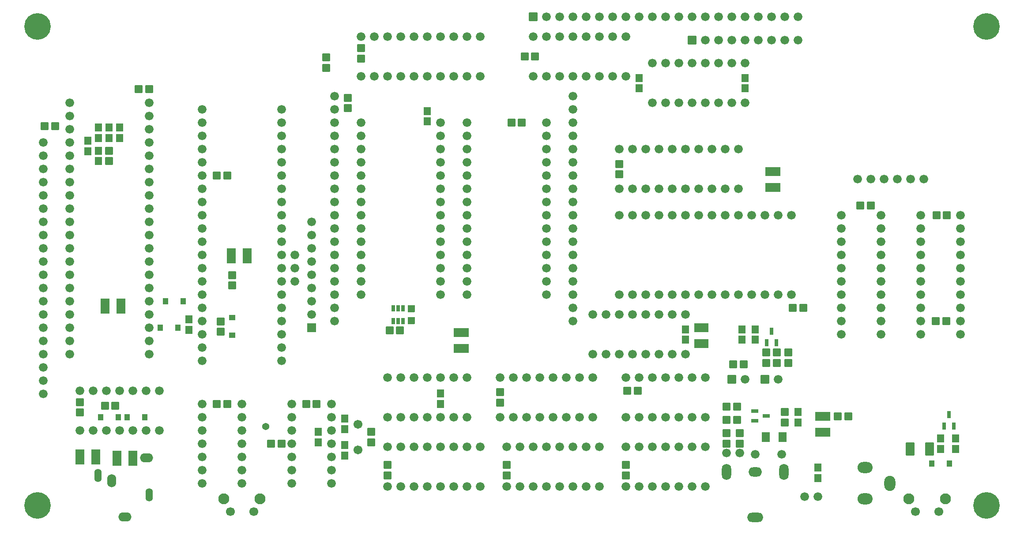
<source format=gbs>
G04 Layer: BottomSolderMaskLayer*
G04 EasyEDA v6.5.39, 2024-02-04 18:04:26*
G04 6365909e63f64f6689fdd3236b4dce0a,5509f98a9368439c9cde498926e245b9,10*
G04 Gerber Generator version 0.2*
G04 Scale: 100 percent, Rotated: No, Reflected: No *
G04 Dimensions in inches *
G04 leading zeros omitted , absolute positions ,3 integer and 6 decimal *
%FSLAX36Y36*%
%MOIN*%

%AMMACRO1*1,1,$1,$2,$3*1,1,$1,$4,$5*1,1,$1,0-$2,0-$3*1,1,$1,0-$4,0-$5*20,1,$1,$2,$3,$4,$5,0*20,1,$1,$4,$5,0-$2,0-$3,0*20,1,$1,0-$2,0-$3,0-$4,0-$5,0*20,1,$1,0-$4,0-$5,$2,$3,0*4,1,4,$2,$3,$4,$5,0-$2,0-$3,0-$4,0-$5,$2,$3,0*%
%ADD10MACRO1,0.004X0.025X-0.025X-0.025X-0.025*%
%ADD11MACRO1,0.004X-0.0278X-0.0266X-0.0278X0.0266*%
%ADD12MACRO1,0.004X0.0278X-0.0266X0.0278X0.0266*%
%ADD13MACRO1,0.004X0.0187X0.0226X-0.0187X0.0226*%
%ADD14MACRO1,0.004X-0.0118X-0.0197X0.0118X-0.0197*%
%ADD15MACRO1,0.004X0.0278X0.0266X0.0278X-0.0266*%
%ADD16MACRO1,0.004X-0.0278X0.0266X-0.0278X-0.0266*%
%ADD17R,0.0572X0.0595*%
%ADD18MACRO1,0.0039X0.025X-0.0125X0.025X0.0125*%
%ADD19MACRO1,0.004X-0.0266X0.0278X0.0266X0.0278*%
%ADD20MACRO1,0.004X-0.0266X-0.0278X0.0266X-0.0278*%
%ADD21MACRO1,0.004X-0.0531X-0.0322X0.0531X-0.0322*%
%ADD22MACRO1,0.004X-0.0531X0.0322X0.0531X0.0322*%
%ADD23MACRO1,0.0039X0.0125X0.025X-0.0125X0.025*%
%ADD24MACRO1,0.004X0.0322X-0.0532X0.0322X0.0532*%
%ADD25MACRO1,0.004X-0.0322X-0.0532X-0.0322X0.0532*%
%ADD26MACRO1,0.004X-0.0187X-0.0226X0.0187X-0.0226*%
%ADD27MACRO1,0.004X0.0226X-0.0187X0.0226X0.0187*%
%ADD28R,0.1103X0.0684*%
%ADD29MACRO1,0.004X0.0292X-0.034X0.0292X0.034*%
%ADD30MACRO1,0.004X-0.0292X-0.034X-0.0292X0.034*%
%ADD31MACRO1,0.004X0.0297X-0.0468X0.0297X0.0468*%
%ADD32MACRO1,0.004X-0.0297X-0.0468X-0.0297X0.0468*%
%ADD33C,0.0660*%
%ADD34MACRO1,0.004X-0.031X0.031X0.031X0.031*%
%ADD35C,0.0669*%
%ADD36C,0.0827*%
%ADD37C,0.0670*%
%ADD38O,0.114X0.084*%
%ADD39O,0.084X0.114*%
%ADD40O,0.054000000000000006X0.099*%
%ADD41O,0.099X0.067*%
%ADD42O,0.067X0.099*%
%ADD43O,0.12211X0.070929*%
%ADD44O,0.070929X0.12211*%
%ADD45O,0.102425X0.070929*%
%ADD46R,0.0670X0.0660*%
%ADD47MACRO1,0.004X-0.031X0.0315X0.031X0.0315*%
%ADD48C,0.2008*%
%ADD49C,0.0540*%
%ADD50C,0.0140*%

%LPD*%
D10*
G01*
X2980000Y1645000D03*
G01*
X2980000Y1555000D03*
D11*
G01*
X6279371Y830000D03*
D12*
G01*
X6200628Y830000D03*
D13*
G01*
X1123370Y1700000D03*
G01*
X1256630Y1700000D03*
D14*
G01*
X2842600Y1647244D03*
G01*
X2880000Y1647244D03*
G01*
X2917399Y1647244D03*
G01*
X2917399Y1552755D03*
G01*
X2880000Y1552755D03*
G01*
X2842600Y1552755D03*
D11*
G01*
X7019371Y1550000D03*
D12*
G01*
X6940628Y1550000D03*
D13*
G01*
X1083370Y1500000D03*
G01*
X1216630Y1500000D03*
D15*
G01*
X1920628Y625000D03*
D16*
G01*
X1999371Y625000D03*
D17*
G01*
X6050000Y444369D03*
G01*
X6050000Y365630D03*
D18*
G01*
X5658307Y835000D03*
G01*
X5571692Y797599D03*
G01*
X5571692Y872402D03*
D19*
G01*
X5460000Y625628D03*
D20*
G01*
X5460000Y704371D03*
D15*
G01*
X5360628Y805000D03*
D16*
G01*
X5439371Y805000D03*
D19*
G01*
X5800000Y785628D03*
D20*
G01*
X5800000Y864371D03*
D17*
G01*
X5900000Y864369D03*
G01*
X5900000Y785630D03*
D21*
G01*
X6085000Y829744D03*
D22*
G01*
X6085000Y710255D03*
D23*
G01*
X7040000Y843306D03*
G01*
X7077401Y756693D03*
G01*
X7002597Y756693D03*
G01*
X5700000Y1473306D03*
G01*
X5737401Y1386693D03*
G01*
X5662597Y1386693D03*
D16*
G01*
X289371Y3025000D03*
D15*
G01*
X210628Y3025000D03*
D17*
G01*
X2275000Y635630D03*
G01*
X2275000Y714369D03*
D20*
G01*
X5825000Y1314371D03*
D19*
G01*
X5825000Y1235628D03*
D20*
G01*
X2675000Y714371D03*
D19*
G01*
X2675000Y635628D03*
D20*
G01*
X2800000Y464371D03*
D19*
G01*
X2800000Y385628D03*
D20*
G01*
X1625000Y1899371D03*
D19*
G01*
X1625000Y1820628D03*
D16*
G01*
X1589371Y925000D03*
D15*
G01*
X1510628Y925000D03*
D16*
G01*
X2264371Y925000D03*
D15*
G01*
X2185628Y925000D03*
D20*
G01*
X3700000Y464371D03*
D19*
G01*
X3700000Y385628D03*
D20*
G01*
X3650000Y1014371D03*
D19*
G01*
X3650000Y935628D03*
D12*
G01*
X4610628Y1025000D03*
D11*
G01*
X4689371Y1025000D03*
D17*
G01*
X3200000Y925630D03*
G01*
X3200000Y1004369D03*
D20*
G01*
X4600000Y464371D03*
D19*
G01*
X4600000Y385628D03*
D12*
G01*
X5860628Y1650000D03*
D11*
G01*
X5939371Y1650000D03*
D20*
G01*
X4550000Y2739371D03*
D19*
G01*
X4550000Y2660628D03*
D17*
G01*
X3100000Y3060630D03*
G01*
X3100000Y3139369D03*
D16*
G01*
X3814371Y3050000D03*
D15*
G01*
X3735628Y3050000D03*
D20*
G01*
X2600000Y3614371D03*
D19*
G01*
X2600000Y3535628D03*
D17*
G01*
X5500000Y3310630D03*
G01*
X5500000Y3389369D03*
G01*
X4700000Y3310630D03*
G01*
X4700000Y3389369D03*
G01*
X5050000Y1410630D03*
G01*
X5050000Y1489369D03*
D20*
G01*
X2500000Y3239371D03*
D19*
G01*
X2500000Y3160628D03*
D16*
G01*
X7024371Y2350000D03*
D15*
G01*
X6945628Y2350000D03*
D16*
G01*
X6449371Y2425000D03*
D15*
G01*
X6370628Y2425000D03*
D16*
G01*
X999371Y3305000D03*
D15*
G01*
X920628Y3305000D03*
D20*
G01*
X475000Y939371D03*
D19*
G01*
X475000Y860628D03*
D24*
G01*
X475255Y525000D03*
D25*
G01*
X594744Y525000D03*
D24*
G01*
X755255Y515000D03*
D25*
G01*
X874744Y515000D03*
D24*
G01*
X665255Y1665000D03*
D25*
G01*
X784744Y1665000D03*
D26*
G01*
X766630Y825000D03*
G01*
X633369Y825000D03*
D13*
G01*
X833369Y825000D03*
G01*
X966630Y825000D03*
D15*
G01*
X665628Y910000D03*
D16*
G01*
X744371Y910000D03*
D17*
G01*
X535000Y2914369D03*
G01*
X535000Y2835630D03*
G01*
X615000Y3014369D03*
G01*
X615000Y2935630D03*
G01*
X695000Y3014369D03*
G01*
X695000Y2935630D03*
G01*
X775000Y3014369D03*
G01*
X775000Y2935630D03*
G01*
X615000Y2839369D03*
G01*
X615000Y2760630D03*
D19*
G01*
X695000Y2760628D03*
D20*
G01*
X695000Y2839371D03*
D24*
G01*
X1620255Y2045000D03*
D25*
G01*
X1739744Y2045000D03*
D27*
G01*
X1625000Y1576630D03*
G01*
X1625000Y1443370D03*
D19*
G01*
X1540000Y1470628D03*
D20*
G01*
X1540000Y1549371D03*
D17*
G01*
X2475000Y814369D03*
G01*
X2475000Y735630D03*
G01*
X2475000Y614369D03*
G01*
X2475000Y535630D03*
D11*
G01*
X1589371Y2650000D03*
D12*
G01*
X1510628Y2650000D03*
D17*
G01*
X7090000Y664369D03*
G01*
X7090000Y585630D03*
G01*
X6975000Y664369D03*
G01*
X6975000Y585630D03*
G01*
X5575000Y1489369D03*
G01*
X5575000Y1410630D03*
G01*
X5475000Y1489369D03*
G01*
X5475000Y1410630D03*
D11*
G01*
X5489371Y1225000D03*
D12*
G01*
X5410628Y1225000D03*
D11*
G01*
X5439371Y905000D03*
D12*
G01*
X5360628Y905000D03*
D11*
G01*
X5739371Y1235000D03*
D12*
G01*
X5660628Y1235000D03*
D11*
G01*
X5739371Y1315000D03*
D12*
G01*
X5660628Y1315000D03*
D19*
G01*
X2335000Y3465628D03*
D20*
G01*
X2335000Y3544371D03*
D19*
G01*
X5360000Y625628D03*
D20*
G01*
X5360000Y704371D03*
D15*
G01*
X3835628Y3550000D03*
D16*
G01*
X3914371Y3550000D03*
D17*
G01*
X1300000Y1485630D03*
G01*
X1300000Y1564369D03*
D21*
G01*
X3355000Y1464744D03*
D22*
G01*
X3355000Y1345255D03*
D21*
G01*
X5710000Y2679744D03*
D22*
G01*
X5710000Y2560255D03*
D28*
G01*
X5170000Y1380259D03*
G01*
X5170000Y1499740D03*
D29*
G01*
X5657303Y675000D03*
D30*
G01*
X5782696Y675000D03*
D31*
G01*
X6746747Y585000D03*
D32*
G01*
X6893253Y585000D03*
D26*
G01*
X7041630Y475000D03*
G01*
X6908370Y475000D03*
D16*
G01*
X2894371Y1480000D03*
D15*
G01*
X2815628Y1480000D03*
D33*
G01*
X4400000Y3850000D03*
D34*
G01*
X3900000Y3850000D03*
D33*
G01*
X4000000Y3850000D03*
G01*
X4100000Y3850000D03*
G01*
X4200000Y3850000D03*
G01*
X4300000Y3850000D03*
G01*
X4500000Y3850000D03*
G01*
X4600000Y3850000D03*
G01*
X4700000Y3850000D03*
G01*
X4800000Y3850000D03*
G01*
X5200000Y3850000D03*
G01*
X5300000Y3850000D03*
G01*
X5400000Y3850000D03*
G01*
X5500000Y3850000D03*
G01*
X5600000Y3850000D03*
G01*
X5700000Y3850000D03*
G01*
X5800000Y3850000D03*
G01*
X5900000Y3850000D03*
G01*
X4900000Y3850000D03*
G01*
X5000000Y3850000D03*
G01*
X5100000Y3850000D03*
G01*
X7125000Y2350000D03*
G01*
X7125000Y2250000D03*
G01*
X7125000Y2150000D03*
G01*
X7125000Y2050000D03*
G01*
X7125000Y1950000D03*
G01*
X7125000Y1850000D03*
G01*
X7125000Y1750000D03*
G01*
X7125000Y1650000D03*
G01*
X7125000Y1550000D03*
G01*
X7125000Y1450000D03*
G01*
X6825000Y1450000D03*
G01*
X6825000Y1550000D03*
G01*
X6825000Y1650000D03*
G01*
X6825000Y1750000D03*
G01*
X6825000Y1850000D03*
G01*
X6825000Y1950000D03*
G01*
X6825000Y2050000D03*
G01*
X6825000Y2150000D03*
G01*
X6825000Y2250000D03*
G01*
X6825000Y2350000D03*
G01*
X6525000Y2350000D03*
G01*
X6525000Y2250000D03*
G01*
X6525000Y2150000D03*
G01*
X6525000Y2050000D03*
G01*
X6525000Y1950000D03*
G01*
X6525000Y1850000D03*
G01*
X6525000Y1750000D03*
G01*
X6525000Y1650000D03*
G01*
X6525000Y1550000D03*
G01*
X6525000Y1450000D03*
G01*
X6225000Y1450000D03*
G01*
X6225000Y1550000D03*
G01*
X6225000Y1650000D03*
G01*
X6225000Y1750000D03*
G01*
X6225000Y1850000D03*
G01*
X6225000Y1950000D03*
G01*
X6225000Y2050000D03*
G01*
X6225000Y2150000D03*
G01*
X6225000Y2250000D03*
G01*
X6225000Y2350000D03*
D35*
G01*
X6786419Y110790D03*
G01*
X6963580Y110790D03*
D36*
G01*
X6737209Y209209D03*
G01*
X7012799Y209209D03*
D33*
G01*
X2100000Y1950000D03*
G01*
X2100000Y2050000D03*
G01*
X6050000Y225000D03*
G01*
X5950000Y225000D03*
D35*
G01*
X1611419Y110799D03*
G01*
X1788580Y110799D03*
D36*
G01*
X1562209Y209220D03*
G01*
X1837799Y209220D03*
D33*
G01*
X2375000Y925000D03*
G01*
X2375000Y825000D03*
G01*
X2375000Y725000D03*
G01*
X2375000Y625000D03*
G01*
X2375000Y525000D03*
G01*
X2375000Y425000D03*
G01*
X2375000Y325000D03*
G01*
X2075000Y325000D03*
G01*
X2075000Y425000D03*
G01*
X2075000Y525000D03*
G01*
X2075000Y625000D03*
G01*
X2075000Y725000D03*
G01*
X2075000Y825000D03*
G01*
X2075000Y925000D03*
G01*
X4600000Y1125000D03*
G01*
X4700000Y1125000D03*
G01*
X4800000Y1125000D03*
G01*
X4900000Y1125000D03*
G01*
X5000000Y1125000D03*
G01*
X5100000Y1125000D03*
G01*
X5200000Y1125000D03*
G01*
X5200000Y825000D03*
G01*
X5100000Y825000D03*
G01*
X5000000Y825000D03*
G01*
X4900000Y825000D03*
G01*
X4800000Y825000D03*
G01*
X4700000Y825000D03*
G01*
X4600000Y825000D03*
G01*
X5850000Y1750000D03*
G01*
X5750000Y1750000D03*
G01*
X5650000Y1750000D03*
G01*
X5550000Y1750000D03*
G01*
X5450000Y1750000D03*
G01*
X5350000Y1750000D03*
G01*
X5249939Y1750000D03*
G01*
X5150000Y1750000D03*
G01*
X5050000Y1750000D03*
G01*
X4950000Y1750000D03*
G01*
X4850000Y1750000D03*
G01*
X4750000Y1750000D03*
G01*
X4650000Y1750000D03*
G01*
X4550000Y1750000D03*
G01*
X4550000Y2350000D03*
G01*
X4650000Y2350000D03*
G01*
X4750000Y2350000D03*
G01*
X4850000Y2350000D03*
G01*
X4950000Y2350000D03*
G01*
X5050000Y2350000D03*
G01*
X5150000Y2350000D03*
G01*
X5250000Y2350000D03*
G01*
X5350000Y2350000D03*
G01*
X5450000Y2350000D03*
G01*
X5550000Y2350000D03*
G01*
X5650000Y2350000D03*
G01*
X5750000Y2350000D03*
G01*
X5850000Y2350000D03*
G01*
X1700000Y925000D03*
G01*
X1700000Y825000D03*
G01*
X1700000Y725000D03*
G01*
X1700000Y625000D03*
G01*
X1700000Y525000D03*
G01*
X1700000Y425000D03*
G01*
X1700000Y325000D03*
G01*
X1400000Y325000D03*
G01*
X1400000Y425000D03*
G01*
X1400000Y525000D03*
G01*
X1400000Y625000D03*
G01*
X1400000Y725000D03*
G01*
X1400000Y825000D03*
G01*
X1400000Y925000D03*
G01*
X4600000Y600000D03*
G01*
X4700000Y600000D03*
G01*
X4800000Y600000D03*
G01*
X4900000Y600000D03*
G01*
X5000000Y600000D03*
G01*
X5100000Y600000D03*
G01*
X5200000Y600000D03*
G01*
X5200000Y300000D03*
G01*
X5100000Y300000D03*
G01*
X5000000Y300000D03*
G01*
X4900000Y300000D03*
G01*
X4800000Y300000D03*
G01*
X4700000Y300000D03*
G01*
X4600000Y300000D03*
G01*
X4550000Y2849969D03*
G01*
X4650000Y2849969D03*
G01*
X4750000Y2849969D03*
G01*
X4850000Y2849969D03*
G01*
X4950000Y2849969D03*
G01*
X5050000Y2849969D03*
G01*
X5150000Y2849969D03*
G01*
X5250000Y2849969D03*
G01*
X5350000Y2849969D03*
G01*
X5450000Y2849969D03*
G01*
X5450000Y2549969D03*
G01*
X5350000Y2549969D03*
G01*
X5250000Y2549969D03*
G01*
X5150000Y2549969D03*
G01*
X5050000Y2549969D03*
G01*
X4950000Y2549969D03*
G01*
X4850000Y2549969D03*
G01*
X4750000Y2549969D03*
G01*
X4650000Y2549969D03*
G01*
X4550000Y2549969D03*
G01*
X4000000Y3050000D03*
G01*
X4000000Y2950000D03*
G01*
X4000000Y2850000D03*
G01*
X4000000Y2750000D03*
G01*
X4000000Y2650000D03*
G01*
X4000000Y2550000D03*
G01*
X4000000Y2449940D03*
G01*
X4000000Y2350000D03*
G01*
X4000000Y2250000D03*
G01*
X4000000Y2150000D03*
G01*
X4000000Y2050000D03*
G01*
X4000000Y1950000D03*
G01*
X4000000Y1850000D03*
G01*
X4000000Y1750000D03*
G01*
X3400000Y1750000D03*
G01*
X3400000Y1850000D03*
G01*
X3400000Y1950000D03*
G01*
X3400000Y2050000D03*
G01*
X3400000Y2150000D03*
G01*
X3400000Y2250000D03*
G01*
X3400000Y2350000D03*
G01*
X3400000Y2450000D03*
G01*
X3400000Y2550000D03*
G01*
X3400000Y2650000D03*
G01*
X3400000Y2750000D03*
G01*
X3400000Y2850000D03*
G01*
X3400000Y2950000D03*
G01*
X3400000Y3050000D03*
G01*
X5050000Y1600000D03*
G01*
X4950000Y1600000D03*
G01*
X4650000Y1600000D03*
G01*
X4550000Y1600000D03*
G01*
X4850000Y1600000D03*
G01*
X4750000Y1600000D03*
G01*
X4450000Y1600000D03*
G01*
X4350000Y1600000D03*
G01*
X4350000Y1300000D03*
G01*
X4450000Y1300000D03*
G01*
X4550000Y1300000D03*
G01*
X4650000Y1300000D03*
G01*
X4750000Y1300000D03*
G01*
X4850000Y1300000D03*
G01*
X4950000Y1300000D03*
G01*
X5050000Y1300000D03*
G01*
X2800000Y1125000D03*
G01*
X2900000Y1125000D03*
G01*
X3000000Y1125000D03*
G01*
X3100000Y1125000D03*
G01*
X3200000Y1125000D03*
G01*
X3300000Y1125000D03*
G01*
X3400000Y1125000D03*
G01*
X3400000Y825000D03*
G01*
X3300000Y825000D03*
G01*
X3200000Y825000D03*
G01*
X3100000Y825000D03*
G01*
X3000000Y825000D03*
G01*
X2900000Y825000D03*
G01*
X2800000Y825000D03*
G01*
X4600000Y3700000D03*
G01*
X4500000Y3700000D03*
G01*
X4200000Y3700000D03*
G01*
X4100000Y3700000D03*
G01*
X4400000Y3700000D03*
G01*
X4300000Y3700000D03*
G01*
X4000000Y3700000D03*
G01*
X3900000Y3700000D03*
G01*
X3900000Y3400000D03*
G01*
X4000000Y3400000D03*
G01*
X4100000Y3400000D03*
G01*
X4200000Y3400000D03*
G01*
X4300000Y3400000D03*
G01*
X4400000Y3400000D03*
G01*
X4500000Y3400000D03*
G01*
X4600000Y3400000D03*
G01*
X2800000Y300000D03*
G01*
X2900000Y300000D03*
G01*
X3200000Y300000D03*
G01*
X3300000Y300000D03*
G01*
X3000000Y300000D03*
G01*
X3100000Y300000D03*
G01*
X3400000Y300000D03*
G01*
X3500000Y300000D03*
G01*
X3500000Y600000D03*
G01*
X3400000Y600000D03*
G01*
X3300000Y600000D03*
G01*
X3200000Y600000D03*
G01*
X3100000Y600000D03*
G01*
X3000000Y600000D03*
G01*
X2900000Y600000D03*
G01*
X2800000Y600000D03*
G01*
X3700000Y300000D03*
G01*
X3800000Y300000D03*
G01*
X4100000Y300000D03*
G01*
X4200000Y300000D03*
G01*
X3900000Y300000D03*
G01*
X4000000Y300000D03*
G01*
X4300000Y300000D03*
G01*
X4400000Y300000D03*
G01*
X4400000Y600000D03*
G01*
X4300000Y600000D03*
G01*
X4200000Y600000D03*
G01*
X4100000Y600000D03*
G01*
X4000000Y600000D03*
G01*
X3900000Y600000D03*
G01*
X3800000Y600000D03*
G01*
X3700000Y600000D03*
G01*
X3650000Y825000D03*
G01*
X3750000Y825000D03*
G01*
X4050000Y825000D03*
G01*
X4150000Y825000D03*
G01*
X3850000Y825000D03*
G01*
X3950000Y825000D03*
G01*
X4250000Y825000D03*
G01*
X4350000Y825000D03*
G01*
X4350000Y1125000D03*
G01*
X4250000Y1125000D03*
G01*
X4150000Y1125000D03*
G01*
X4050000Y1125000D03*
G01*
X3950000Y1125000D03*
G01*
X3850000Y1125000D03*
G01*
X3750000Y1125000D03*
G01*
X3650000Y1125000D03*
G01*
X5500000Y3500000D03*
G01*
X5400000Y3500000D03*
G01*
X5100000Y3500000D03*
G01*
X5000000Y3500000D03*
G01*
X5300000Y3500000D03*
G01*
X5200000Y3500000D03*
G01*
X4900000Y3500000D03*
G01*
X4800000Y3500000D03*
G01*
X4800000Y3200000D03*
G01*
X4900000Y3200000D03*
G01*
X5000000Y3200000D03*
G01*
X5100000Y3200000D03*
G01*
X5200000Y3200000D03*
G01*
X5300000Y3200000D03*
G01*
X5400000Y3200000D03*
G01*
X5500000Y3200000D03*
G01*
X475000Y1025000D03*
G01*
X575000Y1025000D03*
G01*
X675000Y1025000D03*
G01*
X775000Y1025000D03*
G01*
X875000Y1025000D03*
G01*
X975000Y1025000D03*
G01*
X1075000Y1025000D03*
G01*
X1075000Y725000D03*
G01*
X975000Y725000D03*
G01*
X875000Y725000D03*
G01*
X775000Y725000D03*
G01*
X675000Y725000D03*
G01*
X575000Y725000D03*
G01*
X475000Y725000D03*
G01*
X200000Y1000000D03*
G01*
X200000Y1100000D03*
G01*
X200000Y1200000D03*
G01*
X200000Y1300000D03*
G01*
X200000Y1400000D03*
G01*
X200000Y1500000D03*
G01*
X200000Y1600000D03*
G01*
X200000Y1700000D03*
G01*
X200000Y1800000D03*
G01*
X200000Y1900000D03*
G01*
X200000Y2000000D03*
G01*
X200000Y2100000D03*
G01*
X200000Y2200000D03*
G01*
X200000Y2300000D03*
G01*
X200000Y2400000D03*
G01*
X200000Y2500000D03*
G01*
X200000Y2600000D03*
G01*
X200000Y2700000D03*
G01*
X200000Y2800000D03*
G01*
X200000Y2900000D03*
G01*
X2000000Y3150000D03*
G01*
X2000000Y3050000D03*
G01*
X2000000Y2950000D03*
G01*
X2000000Y2850000D03*
G01*
X2000000Y2750000D03*
G01*
X2000000Y2650000D03*
G01*
X2000000Y2550000D03*
G01*
X2000000Y2450000D03*
G01*
X2000000Y2350000D03*
G01*
X2000000Y2250000D03*
G01*
X2000000Y2150000D03*
G01*
X2000000Y2050000D03*
G01*
X2000000Y1950000D03*
G01*
X2000000Y1850000D03*
G01*
X2000000Y1750000D03*
G01*
X2000000Y1650000D03*
G01*
X2000000Y1550000D03*
G01*
X2000000Y1450000D03*
G01*
X2000000Y1350000D03*
G01*
X2000000Y1250000D03*
G01*
X1400000Y1250000D03*
G01*
X1400000Y1350000D03*
G01*
X1400000Y1450000D03*
G01*
X1400000Y1550000D03*
G01*
X1400000Y1650000D03*
G01*
X1400000Y1750000D03*
G01*
X1400000Y1850000D03*
G01*
X1400000Y1950000D03*
G01*
X1400000Y2050000D03*
G01*
X1400000Y2150000D03*
G01*
X1400000Y2250000D03*
G01*
X1400000Y2350000D03*
G01*
X1400000Y2450000D03*
G01*
X1400000Y2550000D03*
G01*
X1400000Y2650000D03*
G01*
X1400000Y2750000D03*
G01*
X1400000Y2850000D03*
G01*
X1400000Y2950000D03*
G01*
X1400000Y3050000D03*
G01*
X1400000Y3150000D03*
G01*
X1000000Y3200000D03*
G01*
X1000000Y3100000D03*
G01*
X1000000Y3000000D03*
G01*
X1000000Y2900000D03*
G01*
X1000000Y2800000D03*
G01*
X1000000Y2700000D03*
G01*
X1000000Y2600000D03*
G01*
X1000000Y2500000D03*
G01*
X1000000Y2400000D03*
G01*
X1000000Y2300000D03*
G01*
X1000000Y2200000D03*
G01*
X1000000Y2100000D03*
G01*
X1000000Y2000000D03*
G01*
X1000000Y1900000D03*
G01*
X1000000Y1800000D03*
G01*
X1000000Y1700000D03*
G01*
X1000000Y1600000D03*
G01*
X1000000Y1500000D03*
G01*
X1000000Y1400000D03*
G01*
X1000000Y1300000D03*
G01*
X400000Y1300000D03*
G01*
X400000Y1400000D03*
G01*
X400000Y1500000D03*
G01*
X400000Y1600000D03*
G01*
X400000Y1700000D03*
G01*
X400000Y1800000D03*
G01*
X400000Y1900000D03*
G01*
X400000Y2000000D03*
G01*
X400000Y2100000D03*
G01*
X400000Y2200000D03*
G01*
X400000Y2300000D03*
G01*
X400000Y2400000D03*
G01*
X400000Y2500000D03*
G01*
X400000Y2600000D03*
G01*
X400000Y2700000D03*
G01*
X400000Y2800000D03*
G01*
X400000Y2900000D03*
G01*
X400000Y3000000D03*
G01*
X400000Y3100000D03*
G01*
X400000Y3200000D03*
G01*
X2600000Y3699969D03*
G01*
X2700000Y3699969D03*
G01*
X2800000Y3699969D03*
G01*
X2900000Y3699969D03*
G01*
X3000000Y3699969D03*
G01*
X3100000Y3699969D03*
G01*
X3200000Y3699969D03*
G01*
X3300000Y3699969D03*
G01*
X3400000Y3699969D03*
G01*
X3500000Y3699969D03*
G01*
X3500000Y3399969D03*
G01*
X3400000Y3399969D03*
G01*
X3300000Y3399969D03*
G01*
X3200000Y3399969D03*
G01*
X3100000Y3399969D03*
G01*
X3000000Y3399969D03*
G01*
X2900000Y3399969D03*
G01*
X2800000Y3399969D03*
G01*
X2700000Y3399969D03*
G01*
X2600000Y3399969D03*
G01*
X3200000Y3050000D03*
G01*
X3200000Y2950000D03*
G01*
X3200000Y2850000D03*
G01*
X3200000Y2750000D03*
G01*
X3200000Y2650000D03*
G01*
X3200000Y2550000D03*
G01*
X3200000Y2449940D03*
G01*
X3200000Y2350000D03*
G01*
X3200000Y2250000D03*
G01*
X3200000Y2150000D03*
G01*
X3200000Y2050000D03*
G01*
X3200000Y1950000D03*
G01*
X3200000Y1850000D03*
G01*
X3200000Y1750000D03*
G01*
X2600000Y1750000D03*
G01*
X2600000Y1850000D03*
G01*
X2600000Y1950000D03*
G01*
X2600000Y2050000D03*
G01*
X2600000Y2150000D03*
G01*
X2600000Y2250000D03*
G01*
X2600000Y2350000D03*
G01*
X2600000Y2450000D03*
G01*
X2600000Y2550000D03*
G01*
X2600000Y2650000D03*
G01*
X2600000Y2750000D03*
G01*
X2600000Y2850000D03*
G01*
X2600000Y2950000D03*
G01*
X2600000Y3050000D03*
D37*
G01*
X2575000Y578539D03*
G01*
X2575000Y771460D03*
D33*
G01*
X5460000Y555000D03*
G01*
X5360000Y555000D03*
D38*
G01*
X6407489Y443110D03*
G01*
X6407489Y206889D03*
D39*
G01*
X6592520Y325000D03*
D33*
G01*
X6850000Y2625000D03*
G01*
X6750000Y2625000D03*
G01*
X6650000Y2625000D03*
G01*
X6550000Y2625000D03*
G01*
X6450000Y2625000D03*
G01*
X6350000Y2625000D03*
D40*
G01*
X612089Y383589D03*
D41*
G01*
X978230Y517409D03*
D40*
G01*
X997910Y237950D03*
D42*
G01*
X714810Y344180D03*
D41*
G01*
X816810Y72590D03*
D33*
G01*
X2400000Y3250000D03*
G01*
X2400000Y3150000D03*
G01*
X2400000Y3050000D03*
G01*
X2400000Y2950000D03*
G01*
X2400000Y2850000D03*
G01*
X2400000Y2750000D03*
G01*
X2400000Y2650000D03*
G01*
X2400000Y2550000D03*
G01*
X2400000Y2450000D03*
G01*
X2400000Y2350000D03*
G01*
X2400000Y2250000D03*
G01*
X2400000Y2150000D03*
G01*
X2400000Y2050000D03*
G01*
X2400000Y1950000D03*
G01*
X2400000Y1850000D03*
G01*
X2400000Y1750000D03*
G01*
X2400000Y1650000D03*
G01*
X2400000Y1550000D03*
G01*
X4200000Y3250000D03*
G01*
X4200000Y3150000D03*
G01*
X4200000Y3050000D03*
G01*
X4200000Y2950000D03*
G01*
X4200000Y2850000D03*
G01*
X4200000Y2750000D03*
G01*
X4200000Y2650000D03*
G01*
X4200000Y2550000D03*
G01*
X4200000Y2450000D03*
G01*
X4200000Y2350000D03*
G01*
X4200000Y2250000D03*
G01*
X4200000Y2150000D03*
G01*
X4200000Y2050000D03*
G01*
X4200000Y1950000D03*
G01*
X4200000Y1850000D03*
G01*
X4200000Y1750000D03*
G01*
X4200000Y1650000D03*
G01*
X4200000Y1550000D03*
D43*
G01*
X5575000Y66340D03*
D44*
G01*
X5791540Y412800D03*
G01*
X5358469Y412800D03*
D45*
G01*
X5575000Y412800D03*
D46*
G01*
X2225000Y1500000D03*
D33*
G01*
X2225000Y1600000D03*
G01*
X2225000Y1700000D03*
G01*
X2225000Y1800000D03*
G01*
X2225000Y1900000D03*
G01*
X2225000Y2000000D03*
G01*
X2225000Y2100000D03*
G01*
X2225000Y2200000D03*
G01*
X2225000Y2300000D03*
D47*
G01*
X5100000Y3675000D03*
D33*
G01*
X5200000Y3675000D03*
G01*
X5300000Y3675000D03*
G01*
X5400000Y3675000D03*
G01*
X5500000Y3675000D03*
G01*
X5600000Y3675000D03*
G01*
X5700000Y3675000D03*
G01*
X5800000Y3675000D03*
G01*
X5900000Y3675000D03*
G01*
X2100000Y1850000D03*
G01*
X2100000Y1950000D03*
D34*
G01*
X5650000Y1110000D03*
D33*
G01*
X5750000Y1110000D03*
D34*
G01*
X5400000Y1110000D03*
D33*
G01*
X5500000Y1110000D03*
D48*
G01*
X157480Y157480D03*
G01*
X7322820Y157480D03*
G01*
X7322820Y3779520D03*
G01*
X157480Y3779520D03*
D33*
G01*
X4200000Y3150000D03*
G01*
X5775000Y545000D03*
G01*
X5575000Y545000D03*
D49*
G01*
X1880000Y755000D03*
M02*

</source>
